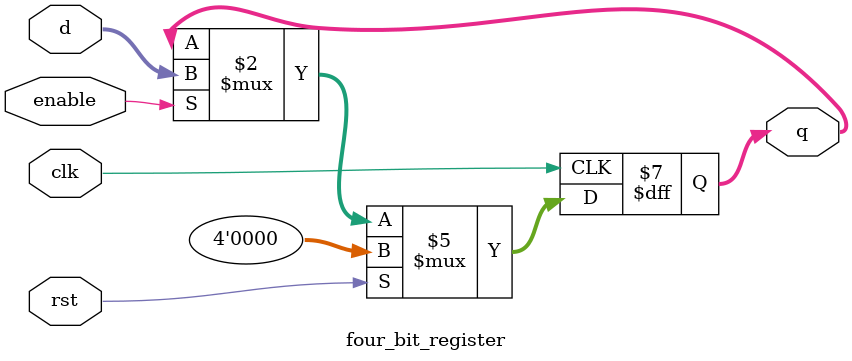
<source format=v>
`timescale 1ns / 1ps


module four_bit_register(
    input  wire        clk,
    input  wire        rst,
    input  wire        enable,
    input  wire [3:0]  d,
    output reg  [3:0]  q
);

    always @(posedge clk) begin
        if (rst)
            q <= 4'b0000;
        else if (enable)
            q <= d;
    end

endmodule


</source>
